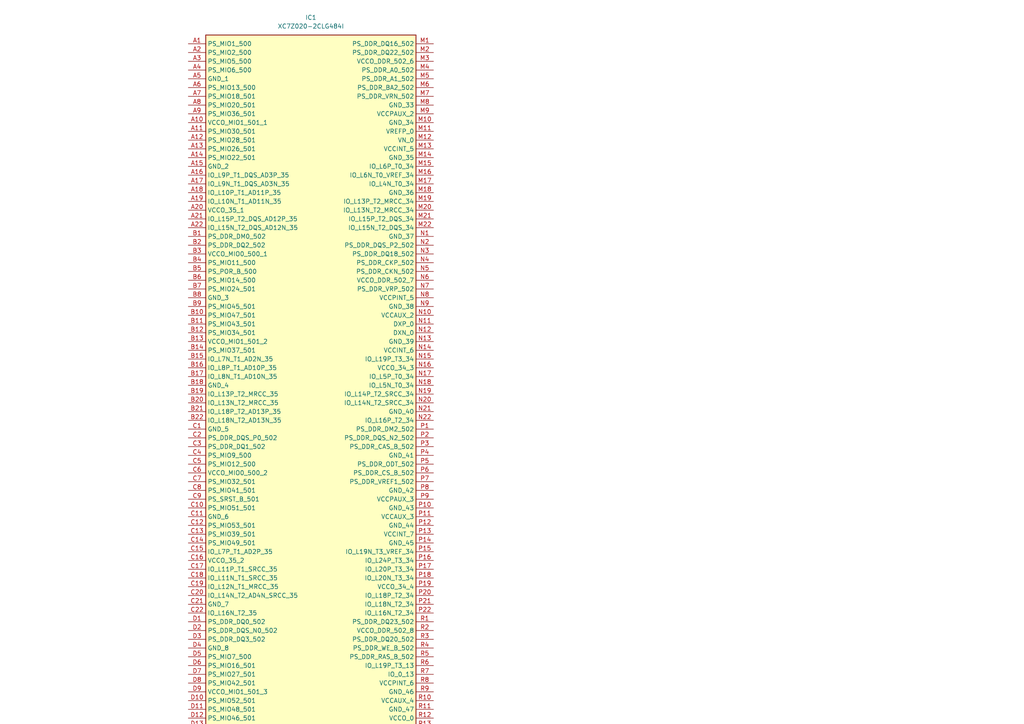
<source format=kicad_sch>
(kicad_sch (version 20231120) (generator "eeschema") (generator_version "8.0")
  (paper "A4")
  (lib_symbols
    (symbol "zynq:XC7Z020-2CLG484I"
      (property "Reference" "IC" (at 67.31 7.62 0))
      (property "Value" "XC7Z020-2CLG484I" (at 67.31 5.08 0))
      (symbol "XC7Z020-2CLG484I_1_1"
        (rectangle (start 5.08 2.54) (end 66.04 -614.68) (stroke (width 0.254)) (fill (type background)))
        (pin passive line (at 0 0 0) (length 5.08) (name "PS_MIO1_500") (number "A1"))
        (pin passive line (at 0 -22.86 0) (length 5.08) (name "VCCO_MIO1_501_1") (number "A10"))
        (pin passive line (at 0 -25.4 0) (length 5.08) (name "PS_MIO30_501") (number "A11"))
        (pin passive line (at 0 -27.94 0) (length 5.08) (name "PS_MIO28_501") (number "A12"))
        (pin passive line (at 0 -30.48 0) (length 5.08) (name "PS_MIO26_501") (number "A13"))
        (pin passive line (at 0 -33.02 0) (length 5.08) (name "PS_MIO22_501") (number "A14"))
        (pin passive line (at 0 -35.56 0) (length 5.08) (name "GND_2") (number "A15"))
        (pin passive line (at 0 -38.1 0) (length 5.08) (name "IO_L9P_T1_DQS_AD3P_35") (number "A16"))
        (pin passive line (at 0 -40.64 0) (length 5.08) (name "IO_L9N_T1_DQS_AD3N_35") (number "A17"))
        (pin passive line (at 0 -43.18 0) (length 5.08) (name "IO_L10P_T1_AD11P_35") (number "A18"))
        (pin passive line (at 0 -45.72 0) (length 5.08) (name "IO_L10N_T1_AD11N_35") (number "A19"))
        (pin passive line (at 0 -2.54 0) (length 5.08) (name "PS_MIO2_500") (number "A2"))
        (pin passive line (at 0 -48.26 0) (length 5.08) (name "VCCO_35_1") (number "A20"))
        (pin passive line (at 0 -50.8 0) (length 5.08) (name "IO_L15P_T2_DQS_AD12P_35") (number "A21"))
        (pin passive line (at 0 -53.34 0) (length 5.08) (name "IO_L15N_T2_DQS_AD12N_35") (number "A22"))
        (pin passive line (at 0 -5.08 0) (length 5.08) (name "PS_MIO5_500") (number "A3"))
        (pin passive line (at 0 -7.62 0) (length 5.08) (name "PS_MIO6_500") (number "A4"))
        (pin passive line (at 0 -10.16 0) (length 5.08) (name "GND_1") (number "A5"))
        (pin passive line (at 0 -12.7 0) (length 5.08) (name "PS_MIO13_500") (number "A6"))
        (pin passive line (at 0 -15.24 0) (length 5.08) (name "PS_MIO18_501") (number "A7"))
        (pin passive line (at 0 -17.78 0) (length 5.08) (name "PS_MIO20_501") (number "A8"))
        (pin passive line (at 0 -20.32 0) (length 5.08) (name "PS_MIO36_501") (number "A9"))
        (pin passive line (at 71.12 -502.92 180) (length 5.08) (name "PS_DDR_DQ26_502") (number "AA1"))
        (pin passive line (at 71.12 -525.78 180) (length 5.08) (name "VCCO_13_6") (number "AA10"))
        (pin passive line (at 71.12 -528.32 180) (length 5.08) (name "IO_L8P_T1_13") (number "AA11"))
        (pin passive line (at 71.12 -530.86 180) (length 5.08) (name "IO_L7P_T1_13") (number "AA12"))
        (pin passive line (at 71.12 -533.4 180) (length 5.08) (name "IO_L23N_T3_33") (number "AA13"))
        (pin passive line (at 71.12 -535.94 180) (length 5.08) (name "IO_L22N_T3_33") (number "AA14"))
        (pin passive line (at 71.12 -538.48 180) (length 5.08) (name "GND_61") (number "AA15"))
        (pin passive line (at 71.12 -541.02 180) (length 5.08) (name "IO_L18P_T2_33") (number "AA16"))
        (pin passive line (at 71.12 -543.56 180) (length 5.08) (name "IO_L17P_T2_33") (number "AA17"))
        (pin passive line (at 71.12 -546.1 180) (length 5.08) (name "IO_L12N_T1_MRCC_33") (number "AA18"))
        (pin passive line (at 71.12 -548.64 180) (length 5.08) (name "IO_L11N_T1_SRCC_33") (number "AA19"))
        (pin passive line (at 71.12 -505.46 180) (length 5.08) (name "PS_DDR_DM3_502") (number "AA2"))
        (pin passive line (at 71.12 -551.18 180) (length 5.08) (name "VCCO_33_5") (number "AA20"))
        (pin passive line (at 71.12 -553.72 180) (length 5.08) (name "IO_L8P_T1_33") (number "AA21"))
        (pin passive line (at 71.12 -556.26 180) (length 5.08) (name "IO_L7P_T1_33") (number "AA22"))
        (pin passive line (at 71.12 -508 180) (length 5.08) (name "PS_DDR_DQ24_502") (number "AA3"))
        (pin passive line (at 71.12 -510.54 180) (length 5.08) (name "IO_L18N_T2_13") (number "AA4"))
        (pin passive line (at 71.12 -513.08 180) (length 5.08) (name "GND_60") (number "AA5"))
        (pin passive line (at 71.12 -515.62 180) (length 5.08) (name "IO_L14N_T2_SRCC_13") (number "AA6"))
        (pin passive line (at 71.12 -518.16 180) (length 5.08) (name "IO_L14P_T2_SRCC_13") (number "AA7"))
        (pin passive line (at 71.12 -520.7 180) (length 5.08) (name "IO_L11N_T1_SRCC_13") (number "AA8"))
        (pin passive line (at 71.12 -523.24 180) (length 5.08) (name "IO_L11P_T1_SRCC_13") (number "AA9"))
        (pin passive line (at 71.12 -558.8 180) (length 5.08) (name "IO_L15N_T2_DQS_13") (number "AB1"))
        (pin passive line (at 71.12 -581.66 180) (length 5.08) (name "IO_L9P_T1_DQS_13") (number "AB10"))
        (pin passive line (at 71.12 -584.2 180) (length 5.08) (name "IO_L8N_T1_13") (number "AB11"))
        (pin passive line (at 71.12 -586.74 180) (length 5.08) (name "IO_L7N_T1_13") (number "AB12"))
        (pin passive line (at 71.12 -589.28 180) (length 5.08) (name "VCCO_33_6") (number "AB13"))
        (pin passive line (at 71.12 -591.82 180) (length 5.08) (name "IO_L24P_T3_33") (number "AB14"))
        (pin passive line (at 71.12 -594.36 180) (length 5.08) (name "IO_L24N_T3_33") (number "AB15"))
        (pin passive line (at 71.12 -596.9 180) (length 5.08) (name "IO_L18N_T2_33") (number "AB16"))
        (pin passive line (at 71.12 -599.44 180) (length 5.08) (name "IO_L17N_T2_33") (number "AB17"))
        (pin passive line (at 71.12 -601.98 180) (length 5.08) (name "GND_63") (number "AB18"))
        (pin passive line (at 71.12 -604.52 180) (length 5.08) (name "IO_L10P_T1_33") (number "AB19"))
        (pin passive line (at 71.12 -561.34 180) (length 5.08) (name "IO_L15P_T2_DQS_13") (number "AB2"))
        (pin passive line (at 71.12 -607.06 180) (length 5.08) (name "IO_L10N_T1_33") (number "AB20"))
        (pin passive line (at 71.12 -609.6 180) (length 5.08) (name "IO_L8N_T1_33") (number "AB21"))
        (pin passive line (at 71.12 -612.14 180) (length 5.08) (name "IO_L7N_T1_33") (number "AB22"))
        (pin passive line (at 71.12 -563.88 180) (length 5.08) (name "VCCO_13_7") (number "AB3"))
        (pin passive line (at 71.12 -566.42 180) (length 5.08) (name "IO_L16N_T2_13") (number "AB4"))
        (pin passive line (at 71.12 -568.96 180) (length 5.08) (name "IO_L16P_T2_13") (number "AB5"))
        (pin passive line (at 71.12 -571.5 180) (length 5.08) (name "IO_L17N_T2_13") (number "AB6"))
        (pin passive line (at 71.12 -574.04 180) (length 5.08) (name "IO_L17P_T2_13") (number "AB7"))
        (pin passive line (at 71.12 -576.58 180) (length 5.08) (name "GND_62") (number "AB8"))
        (pin passive line (at 71.12 -579.12 180) (length 5.08) (name "IO_L9N_T1_DQS_13") (number "AB9"))
        (pin passive line (at 0 -55.88 0) (length 5.08) (name "PS_DDR_DM0_502") (number "B1"))
        (pin passive line (at 0 -78.74 0) (length 5.08) (name "PS_MIO47_501") (number "B10"))
        (pin passive line (at 0 -81.28 0) (length 5.08) (name "PS_MIO43_501") (number "B11"))
        (pin passive line (at 0 -83.82 0) (length 5.08) (name "PS_MIO34_501") (number "B12"))
        (pin passive line (at 0 -86.36 0) (length 5.08) (name "VCCO_MIO1_501_2") (number "B13"))
        (pin passive line (at 0 -88.9 0) (length 5.08) (name "PS_MIO37_501") (number "B14"))
        (pin passive line (at 0 -91.44 0) (length 5.08) (name "IO_L7N_T1_AD2N_35") (number "B15"))
        (pin passive line (at 0 -93.98 0) (length 5.08) (name "IO_L8P_T1_AD10P_35") (number "B16"))
        (pin passive line (at 0 -96.52 0) (length 5.08) (name "IO_L8N_T1_AD10N_35") (number "B17"))
        (pin passive line (at 0 -99.06 0) (length 5.08) (name "GND_4") (number "B18"))
        (pin passive line (at 0 -101.6 0) (length 5.08) (name "IO_L13P_T2_MRCC_35") (number "B19"))
        (pin passive line (at 0 -58.42 0) (length 5.08) (name "PS_DDR_DQ2_502") (number "B2"))
        (pin passive line (at 0 -104.14 0) (length 5.08) (name "IO_L13N_T2_MRCC_35") (number "B20"))
        (pin passive line (at 0 -106.68 0) (length 5.08) (name "IO_L18P_T2_AD13P_35") (number "B21"))
        (pin passive line (at 0 -109.22 0) (length 5.08) (name "IO_L18N_T2_AD13N_35") (number "B22"))
        (pin passive line (at 0 -60.96 0) (length 5.08) (name "VCCO_MIO0_500_1") (number "B3"))
        (pin passive line (at 0 -63.5 0) (length 5.08) (name "PS_MIO11_500") (number "B4"))
        (pin passive line (at 0 -66.04 0) (length 5.08) (name "PS_POR_B_500") (number "B5"))
        (pin passive line (at 0 -68.58 0) (length 5.08) (name "PS_MIO14_500") (number "B6"))
        (pin passive line (at 0 -71.12 0) (length 5.08) (name "PS_MIO24_501") (number "B7"))
        (pin passive line (at 0 -73.66 0) (length 5.08) (name "GND_3") (number "B8"))
        (pin passive line (at 0 -76.2 0) (length 5.08) (name "PS_MIO45_501") (number "B9"))
        (pin passive line (at 0 -111.76 0) (length 5.08) (name "GND_5") (number "C1"))
        (pin passive line (at 0 -134.62 0) (length 5.08) (name "PS_MIO51_501") (number "C10"))
        (pin passive line (at 0 -137.16 0) (length 5.08) (name "GND_6") (number "C11"))
        (pin passive line (at 0 -139.7 0) (length 5.08) (name "PS_MIO53_501") (number "C12"))
        (pin passive line (at 0 -142.24 0) (length 5.08) (name "PS_MIO39_501") (number "C13"))
        (pin passive line (at 0 -144.78 0) (length 5.08) (name "PS_MIO49_501") (number "C14"))
        (pin passive line (at 0 -147.32 0) (length 5.08) (name "IO_L7P_T1_AD2P_35") (number "C15"))
        (pin passive line (at 0 -149.86 0) (length 5.08) (name "VCCO_35_2") (number "C16"))
        (pin passive line (at 0 -152.4 0) (length 5.08) (name "IO_L11P_T1_SRCC_35") (number "C17"))
        (pin passive line (at 0 -154.94 0) (length 5.08) (name "IO_L11N_T1_SRCC_35") (number "C18"))
        (pin passive line (at 0 -157.48 0) (length 5.08) (name "IO_L12N_T1_MRCC_35") (number "C19"))
        (pin passive line (at 0 -114.3 0) (length 5.08) (name "PS_DDR_DQS_P0_502") (number "C2"))
        (pin passive line (at 0 -160.02 0) (length 5.08) (name "IO_L14N_T2_AD4N_SRCC_35") (number "C20"))
        (pin passive line (at 0 -162.56 0) (length 5.08) (name "GND_7") (number "C21"))
        (pin passive line (at 0 -165.1 0) (length 5.08) (name "IO_L16N_T2_35") (number "C22"))
        (pin passive line (at 0 -116.84 0) (length 5.08) (name "PS_DDR_DQ1_502") (number "C3"))
        (pin passive line (at 0 -119.38 0) (length 5.08) (name "PS_MIO9_500") (number "C4"))
        (pin passive line (at 0 -121.92 0) (length 5.08) (name "PS_MIO12_500") (number "C5"))
        (pin passive line (at 0 -124.46 0) (length 5.08) (name "VCCO_MIO0_500_2") (number "C6"))
        (pin passive line (at 0 -127 0) (length 5.08) (name "PS_MIO32_501") (number "C7"))
        (pin passive line (at 0 -129.54 0) (length 5.08) (name "PS_MIO41_501") (number "C8"))
        (pin passive line (at 0 -132.08 0) (length 5.08) (name "PS_SRST_B_501") (number "C9"))
        (pin passive line (at 0 -167.64 0) (length 5.08) (name "PS_DDR_DQ0_502") (number "D1"))
        (pin passive line (at 0 -190.5 0) (length 5.08) (name "PS_MIO52_501") (number "D10"))
        (pin passive line (at 0 -193.04 0) (length 5.08) (name "PS_MIO48_501") (number "D11"))
        (pin passive line (at 0 -195.58 0) (length 5.08) (name "PS_MIO46_501") (number "D12"))
        (pin passive line (at 0 -198.12 0) (length 5.08) (name "PS_MIO50_501") (number "D13"))
        (pin passive line (at 0 -200.66 0) (length 5.08) (name "GND_9") (number "D14"))
        (pin passive line (at 0 -203.2 0) (length 5.08) (name "IO_L3N_T0_DQS_AD1N_35") (number "D15"))
        (pin passive line (at 0 -205.74 0) (length 5.08) (name "IO_L2P_T0_AD8P_35") (number "D16"))
        (pin passive line (at 0 -208.28 0) (length 5.08) (name "IO_L2N_T0_AD8N_35") (number "D17"))
        (pin passive line (at 0 -210.82 0) (length 5.08) (name "IO_L12P_T1_MRCC_35") (number "D18"))
        (pin passive line (at 0 -213.36 0) (length 5.08) (name "VCCO_35_3") (number "D19"))
        (pin passive line (at 0 -170.18 0) (length 5.08) (name "PS_DDR_DQS_N0_502") (number "D2"))
        (pin passive line (at 0 -215.9 0) (length 5.08) (name "IO_L14P_T2_AD4P_SRCC_35") (number "D20"))
        (pin passive line (at 0 -218.44 0) (length 5.08) (name "IO_L17N_T2_AD5N_35") (number "D21"))
        (pin passive line (at 0 -220.98 0) (length 5.08) (name "IO_L16P_T2_35") (number "D22"))
        (pin passive line (at 0 -172.72 0) (length 5.08) (name "PS_DDR_DQ3_502") (number "D3"))
        (pin passive line (at 0 -175.26 0) (length 5.08) (name "GND_8") (number "D4"))
        (pin passive line (at 0 -177.8 0) (length 5.08) (name "PS_MIO7_500") (number "D5"))
        (pin passive line (at 0 -180.34 0) (length 5.08) (name "PS_MIO16_501") (number "D6"))
        (pin passive line (at 0 -182.88 0) (length 5.08) (name "PS_MIO27_501") (number "D7"))
        (pin passive line (at 0 -185.42 0) (length 5.08) (name "PS_MIO42_501") (number "D8"))
        (pin passive line (at 0 -187.96 0) (length 5.08) (name "VCCO_MIO1_501_3") (number "D9"))
        (pin passive line (at 0 -223.52 0) (length 5.08) (name "PS_DDR_DQ5_502") (number "E1"))
        (pin passive line (at 0 -246.38 0) (length 5.08) (name "PS_MIO19_501") (number "E10"))
        (pin passive line (at 0 -248.92 0) (length 5.08) (name "PS_MIO23_501") (number "E11"))
        (pin passive line (at 0 -251.46 0) (length 5.08) (name "VCCO_MIO1_501_4") (number "E12"))
        (pin passive line (at 0 -254 0) (length 5.08) (name "PS_MIO44_501") (number "E13"))
        (pin passive line (at 0 -256.54 0) (length 5.08) (name "PS_MIO40_501") (number "E14"))
        (pin passive line (at 0 -259.08 0) (length 5.08) (name "IO_L3P_T0_DQS_AD1P_35") (number "E15"))
        (pin passive line (at 0 -261.62 0) (length 5.08) (name "IO_L1N_T0_AD0N_35") (number "E16"))
        (pin passive line (at 0 -264.16 0) (length 5.08) (name "GND_11") (number "E17"))
        (pin passive line (at 0 -266.7 0) (length 5.08) (name "IO_L5N_T0_AD9N_35") (number "E18"))
        (pin passive line (at 0 -269.24 0) (length 5.08) (name "IO_L21P_T3_DQS_AD14P_35") (number "E19"))
        (pin passive line (at 0 -226.06 0) (length 5.08) (name "VCCO_DDR_502_1") (number "E2"))
        (pin passive line (at 0 -271.78 0) (length 5.08) (name "IO_L21N_T3_DQS_AD14N_35") (number "E20"))
        (pin passive line (at 0 -274.32 0) (length 5.08) (name "IO_L17P_T2_AD5P_35") (number "E21"))
        (pin passive line (at 0 -276.86 0) (length 5.08) (name "VCCO_35_4") (number "E22"))
        (pin passive line (at 0 -228.6 0) (length 5.08) (name "PS_DDR_DQ4_502") (number "E3"))
        (pin passive line (at 0 -231.14 0) (length 5.08) (name "PS_MIO4_500") (number "E4"))
        (pin passive line (at 0 -233.68 0) (length 5.08) (name "PS_MIO8_500") (number "E5"))
        (pin passive line (at 0 -236.22 0) (length 5.08) (name "PS_MIO15_500") (number "E6"))
        (pin passive line (at 0 -238.76 0) (length 5.08) (name "GND_10") (number "E7"))
        (pin passive line (at 0 -241.3 0) (length 5.08) (name "PS_MIO29_501") (number "E8"))
        (pin passive line (at 0 -243.84 0) (length 5.08) (name "PS_MIO17_501") (number "E9"))
        (pin passive line (at 0 -279.4 0) (length 5.08) (name "PS_DDR_DQ7_502") (number "F1"))
        (pin passive line (at 0 -302.26 0) (length 5.08) (name "GND_12") (number "F10"))
        (pin passive line (at 0 -304.8 0) (length 5.08) (name "PS_MIO21_501") (number "F11"))
        (pin passive line (at 0 -307.34 0) (length 5.08) (name "PS_MIO25_501") (number "F12"))
        (pin passive line (at 0 -309.88 0) (length 5.08) (name "PS_MIO38_501") (number "F13"))
        (pin passive line (at 0 -312.42 0) (length 5.08) (name "PS_MIO35_501") (number "F14"))
        (pin passive line (at 0 -314.96 0) (length 5.08) (name "VCCO_35_5") (number "F15"))
        (pin passive line (at 0 -317.5 0) (length 5.08) (name "IO_L1P_T0_AD0P_35") (number "F16"))
        (pin passive line (at 0 -320.04 0) (length 5.08) (name "IO_L6N_T0_VREF_35") (number "F17"))
        (pin passive line (at 0 -322.58 0) (length 5.08) (name "IO_L5P_T0_AD9P_35") (number "F18"))
        (pin passive line (at 0 -325.12 0) (length 5.08) (name "IO_L20N_T3_AD6N_35") (number "F19"))
        (pin passive line (at 0 -281.94 0) (length 5.08) (name "PS_DDR_DQ6_502") (number "F2"))
        (pin passive line (at 0 -327.66 0) (length 5.08) (name "GND_13") (number "F20"))
        (pin passive line (at 0 -330.2 0) (length 5.08) (name "IO_L23P_T3_35") (number "F21"))
        (pin passive line (at 0 -332.74 0) (length 5.08) (name "IO_L23N_T3_35") (number "F22"))
        (pin passive line (at 0 -284.48 0) (length 5.08) (name "PS_DDR_DRST_B_502") (number "F3"))
        (pin passive line (at 0 -287.02 0) (length 5.08) (name "PS_DDR_A13_502") (number "F4"))
        (pin passive line (at 0 -289.56 0) (length 5.08) (name "VCCO_DDR_502_2") (number "F5"))
        (pin passive line (at 0 -292.1 0) (length 5.08) (name "PS_MIO3_500") (number "F6"))
        (pin passive line (at 0 -294.64 0) (length 5.08) (name "PS_CLK_500") (number "F7"))
        (pin passive line (at 0 -297.18 0) (length 5.08) (name "PS_MIO_VREF_501") (number "F8"))
        (pin passive line (at 0 -299.72 0) (length 5.08) (name "PS_MIO31_501") (number "F9"))
        (pin passive line (at 0 -335.28 0) (length 5.08) (name "PS_DDR_DQ9_502") (number "G1"))
        (pin passive line (at 0 -358.14 0) (length 5.08) (name "RSVDGND") (number "G10"))
        (pin passive line (at 0 -360.68 0) (length 5.08) (name "TCK_0") (number "G11"))
        (pin passive line (at 0 -363.22 0) (length 5.08) (name "TMS_0") (number "G12"))
        (pin passive line (at 0 -365.76 0) (length 5.08) (name "PS_MIO33_501") (number "G13"))
        (pin passive line (at 0 -368.3 0) (length 5.08) (name "TDO_0") (number "G14"))
        (pin passive line (at 0 -370.84 0) (length 5.08) (name "IO_L4P_T0_35") (number "G15"))
        (pin passive line (at 0 -373.38 0) (length 5.08) (name "IO_L4N_T0_35") (number "G16"))
        (pin passive line (at 0 -375.92 0) (length 5.08) (name "IO_L6P_T0_35") (number "G17"))
        (pin passive line (at 0 -378.46 0) (length 5.08) (name "VCCO_35_6") (number "G18"))
        (pin passive line (at 0 -381 0) (length 5.08) (name "IO_L20P_T3_AD6P_35") (number "G19"))
        (pin passive line (at 0 -337.82 0) (length 5.08) (name "PS_DDR_DQ8_502") (number "G2"))
        (pin passive line (at 0 -383.54 0) (length 5.08) (name "IO_L22P_T3_AD7P_35") (number "G20"))
        (pin passive line (at 0 -386.08 0) (length 5.08) (name "IO_L22N_T3_AD7N_35") (number "G21"))
        (pin passive line (at 0 -388.62 0) (length 5.08) (name "IO_L24N_T3_AD15N_35") (number "G22"))
        (pin passive line (at 0 -340.36 0) (length 5.08) (name "GND_14") (number "G3"))
        (pin passive line (at 0 -342.9 0) (length 5.08) (name "PS_DDR_A14_502") (number "G4"))
        (pin passive line (at 0 -345.44 0) (length 5.08) (name "PS_DDR_A11_502") (number "G5"))
        (pin passive line (at 0 -347.98 0) (length 5.08) (name "PS_MIO0_500") (number "G6"))
        (pin passive line (at 0 -350.52 0) (length 5.08) (name "PS_MIO10_500") (number "G7"))
        (pin passive line (at 0 -353.06 0) (length 5.08) (name "VCCPINT_1") (number "G8"))
        (pin passive line (at 0 -355.6 0) (length 5.08) (name "VCCBATT_0") (number "G9"))
        (pin passive line (at 0 -391.16 0) (length 5.08) (name "VCCO_DDR_502_3") (number "H1"))
        (pin passive line (at 0 -414.02 0) (length 5.08) (name "VCCPLL") (number "H10"))
        (pin passive line (at 0 -416.56 0) (length 5.08) (name "VCCBRAM_1") (number "H11"))
        (pin passive line (at 0 -419.1 0) (length 5.08) (name "GND_17") (number "H12"))
        (pin passive line (at 0 -421.64 0) (length 5.08) (name "TDI_0") (number "H13"))
        (pin passive line (at 0 -424.18 0) (length 5.08) (name "GND_18") (number "H14"))
        (pin passive line (at 0 -426.72 0) (length 5.08) (name "IO_0_34") (number "H15"))
        (pin passive line (at 0 -429.26 0) (length 5.08) (name "GND_19") (number "H16"))
        (pin passive line (at 0 -431.8 0) (length 5.08) (name "IO_0_35") (number "H17"))
        (pin passive line (at 0 -434.34 0) (length 5.08) (name "IO_25_35") (number "H18"))
        (pin passive line (at 0 -436.88 0) (length 5.08) (name "IO_L19P_T3_35") (number "H19"))
        (pin passive line (at 0 -393.7 0) (length 5.08) (name "PS_DDR_DQS_P1_502") (number "H2"))
        (pin passive line (at 0 -439.42 0) (length 5.08) (name "IO_L19N_T3_VREF_35") (number "H20"))
        (pin passive line (at 0 -441.96 0) (length 5.08) (name "VCCO_35_7") (number "H21"))
        (pin passive line (at 0 -444.5 0) (length 5.08) (name "IO_L24P_T3_AD15P_35") (number "H22"))
        (pin passive line (at 0 -396.24 0) (length 5.08) (name "PS_DDR_DM1_502") (number "H3"))
        (pin passive line (at 0 -398.78 0) (length 5.08) (name "PS_DDR_A12_502") (number "H4"))
        (pin passive line (at 0 -401.32 0) (length 5.08) (name "PS_DDR_A9_502") (number "H5"))
        (pin passive line (at 0 -403.86 0) (length 5.08) (name "GND_15") (number "H6"))
        (pin passive line (at 0 -406.4 0) (length 5.08) (name "PS_DDR_VREF0_502") (number "H7"))
        (pin passive line (at 0 -408.94 0) (length 5.08) (name "GND_16") (number "H8"))
        (pin passive line (at 0 -411.48 0) (length 5.08) (name "VCCPINT_2") (number "H9"))
        (pin passive line (at 0 -447.04 0) (length 5.08) (name "PS_DDR_DQ14_502") (number "J1"))
        (pin passive line (at 0 -469.9 0) (length 5.08) (name "VCCBRAM_2") (number "J10"))
        (pin passive line (at 0 -472.44 0) (length 5.08) (name "GND_21") (number "J11"))
        (pin passive line (at 0 -474.98 0) (length 5.08) (name "VCCINT_1") (number "J12"))
        (pin passive line (at 0 -477.52 0) (length 5.08) (name "GND_22") (number "J13"))
        (pin passive line (at 0 -480.06 0) (length 5.08) (name "VCCINT_2") (number "J14"))
        (pin passive line (at 0 -482.6 0) (length 5.08) (name "IO_L1P_T0_34") (number "J15"))
        (pin passive line (at 0 -485.14 0) (length 5.08) (name "IO_L2P_T0_34") (number "J16"))
        (pin passive line (at 0 -487.68 0) (length 5.08) (name "IO_L2N_T0_34") (number "J17"))
        (pin passive line (at 0 -490.22 0) (length 5.08) (name "IO_L7P_T1_34") (number "J18"))
        (pin passive line (at 0 -492.76 0) (length 5.08) (name "GND_23") (number "J19"))
        (pin passive line (at 0 -449.58 0) (length 5.08) (name "PS_DDR_DQS_N1_502") (number "J2"))
        (pin passive line (at 0 -495.3 0) (length 5.08) (name "IO_L9P_T1_DQS_34") (number "J20"))
        (pin passive line (at 0 -497.84 0) (length 5.08) (name "IO_L8P_T1_34") (number "J21"))
        (pin passive line (at 0 -500.38 0) (length 5.08) (name "IO_L8N_T1_34") (number "J22"))
        (pin passive line (at 0 -452.12 0) (length 5.08) (name "PS_DDR_A10_502") (number "J3"))
        (pin passive line (at 0 -454.66 0) (length 5.08) (name "VCCO_DDR_502_4") (number "J4"))
        (pin passive line (at 0 -457.2 0) (length 5.08) (name "PS_DDR_A8_502") (number "J5"))
        (pin passive line (at 0 -459.74 0) (length 5.08) (name "PS_DDR_A7_502") (number "J6"))
        (pin passive line (at 0 -462.28 0) (length 5.08) (name "PS_DDR_A6_502") (number "J7"))
        (pin passive line (at 0 -464.82 0) (length 5.08) (name "VCCPINT_3") (number "J8"))
        (pin passive line (at 0 -467.36 0) (length 5.08) (name "GND_20") (number "J9"))
        (pin passive line (at 0 -502.92 0) (length 5.08) (name "PS_DDR_DQ13_502") (number "K1"))
        (pin passive line (at 0 -525.78 0) (length 5.08) (name "GND_26") (number "K10"))
        (pin passive line (at 0 -528.32 0) (length 5.08) (name "VCCADC_0") (number "K11"))
        (pin passive line (at 0 -530.86 0) (length 5.08) (name "GNDADC_0") (number "K12"))
        (pin passive line (at 0 -533.4 0) (length 5.08) (name "VCCINT_3") (number "K13"))
        (pin passive line (at 0 -535.94 0) (length 5.08) (name "GND_27") (number "K14"))
        (pin passive line (at 0 -538.48 0) (length 5.08) (name "IO_L1N_T0_34") (number "K15"))
        (pin passive line (at 0 -541.02 0) (length 5.08) (name "IO_L3P_T0_DQS_PUDC_B_34") (number "K16"))
        (pin passive line (at 0 -543.56 0) (length 5.08) (name "VCCO_34_1") (number "K17"))
        (pin passive line (at 0 -546.1 0) (length 5.08) (name "IO_L7N_T1_34") (number "K18"))
        (pin passive line (at 0 -548.64 0) (length 5.08) (name "IO_L11P_T1_SRCC_34") (number "K19"))
        (pin passive line (at 0 -505.46 0) (length 5.08) (name "GND_24") (number "K2"))
        (pin passive line (at 0 -551.18 0) (length 5.08) (name "IO_L11N_T1_SRCC_34") (number "K20"))
        (pin passive line (at 0 -553.72 0) (length 5.08) (name "IO_L9N_T1_DQS_34") (number "K21"))
        (pin passive line (at 0 -556.26 0) (length 5.08) (name "GND_28") (number "K22"))
        (pin passive line (at 0 -508 0) (length 5.08) (name "PS_DDR_DQ15_502") (number "K3"))
        (pin passive line (at 0 -510.54 0) (length 5.08) (name "PS_DDR_A2_502") (number "K4"))
        (pin passive line (at 0 -513.08 0) (length 5.08) (name "PS_DDR_A5_502") (number "K5"))
        (pin passive line (at 0 -515.62 0) (length 5.08) (name "PS_DDR_A4_502") (number "K6"))
        (pin passive line (at 0 -518.16 0) (length 5.08) (name "VCCO_DDR_502_5") (number "K7"))
        (pin passive line (at 0 -520.7 0) (length 5.08) (name "GND_25") (number "K8"))
        (pin passive line (at 0 -523.24 0) (length 5.08) (name "VCCPAUX_1") (number "K9"))
        (pin passive line (at 0 -558.8 0) (length 5.08) (name "PS_DDR_DQ10_502") (number "L1"))
        (pin passive line (at 0 -581.66 0) (length 5.08) (name "VCCAUX_1") (number "L10"))
        (pin passive line (at 0 -584.2 0) (length 5.08) (name "VP_0") (number "L11"))
        (pin passive line (at 0 -586.74 0) (length 5.08) (name "VREFN_0") (number "L12"))
        (pin passive line (at 0 -589.28 0) (length 5.08) (name "GND_31") (number "L13"))
        (pin passive line (at 0 -591.82 0) (length 5.08) (name "VCCINT_4") (number "L14"))
        (pin passive line (at 0 -594.36 0) (length 5.08) (name "GND_32") (number "L15"))
        (pin passive line (at 0 -596.9 0) (length 5.08) (name "IO_L3N_T0_DQS_34") (number "L16"))
        (pin passive line (at 0 -599.44 0) (length 5.08) (name "IO_L4P_T0_34") (number "L17"))
        (pin passive line (at 0 -601.98 0) (length 5.08) (name "IO_L12P_T1_MRCC_34") (number "L18"))
        (pin passive line (at 0 -604.52 0) (length 5.08) (name "IO_L12N_T1_MRCC_34") (number "L19"))
        (pin passive line (at 0 -561.34 0) (length 5.08) (name "PS_DDR_DQ11_502") (number "L2"))
        (pin passive line (at 0 -607.06 0) (length 5.08) (name "VCCO_34_2") (number "L20"))
        (pin passive line (at 0 -609.6 0) (length 5.08) (name "IO_L10P_T1_34") (number "L21"))
        (pin passive line (at 0 -612.14 0) (length 5.08) (name "IO_L10N_T1_34") (number "L22"))
        (pin passive line (at 0 -563.88 0) (length 5.08) (name "PS_DDR_DQ12_502") (number "L3"))
        (pin passive line (at 0 -566.42 0) (length 5.08) (name "PS_DDR_A3_502") (number "L4"))
        (pin passive line (at 0 -568.96 0) (length 5.08) (name "GND_29") (number "L5"))
        (pin passive line (at 0 -571.5 0) (length 5.08) (name "PS_DDR_BA1_502") (number "L6"))
        (pin passive line (at 0 -574.04 0) (length 5.08) (name "PS_DDR_BA0_502") (number "L7"))
        (pin passive line (at 0 -576.58 0) (length 5.08) (name "VCCPINT_4") (number "L8"))
        (pin passive line (at 0 -579.12 0) (length 5.08) (name "GND_30") (number "L9"))
        (pin passive line (at 71.12 0 180) (length 5.08) (name "PS_DDR_DQ16_502") (number "M1"))
        (pin passive line (at 71.12 -22.86 180) (length 5.08) (name "GND_34") (number "M10"))
        (pin passive line (at 71.12 -25.4 180) (length 5.08) (name "VREFP_0") (number "M11"))
        (pin passive line (at 71.12 -27.94 180) (length 5.08) (name "VN_0") (number "M12"))
        (pin passive line (at 71.12 -30.48 180) (length 5.08) (name "VCCINT_5") (number "M13"))
        (pin passive line (at 71.12 -33.02 180) (length 5.08) (name "GND_35") (number "M14"))
        (pin passive line (at 71.12 -35.56 180) (length 5.08) (name "IO_L6P_T0_34") (number "M15"))
        (pin passive line (at 71.12 -38.1 180) (length 5.08) (name "IO_L6N_T0_VREF_34") (number "M16"))
        (pin passive line (at 71.12 -40.64 180) (length 5.08) (name "IO_L4N_T0_34") (number "M17"))
        (pin passive line (at 71.12 -43.18 180) (length 5.08) (name "GND_36") (number "M18"))
        (pin passive line (at 71.12 -45.72 180) (length 5.08) (name "IO_L13P_T2_MRCC_34") (number "M19"))
        (pin passive line (at 71.12 -2.54 180) (length 5.08) (name "PS_DDR_DQ22_502") (number "M2"))
        (pin passive line (at 71.12 -48.26 180) (length 5.08) (name "IO_L13N_T2_MRCC_34") (number "M20"))
        (pin passive line (at 71.12 -50.8 180) (length 5.08) (name "IO_L15P_T2_DQS_34") (number "M21"))
        (pin passive line (at 71.12 -53.34 180) (length 5.08) (name "IO_L15N_T2_DQS_34") (number "M22"))
        (pin passive line (at 71.12 -5.08 180) (length 5.08) (name "VCCO_DDR_502_6") (number "M3"))
        (pin passive line (at 71.12 -7.62 180) (length 5.08) (name "PS_DDR_A0_502") (number "M4"))
        (pin passive line (at 71.12 -10.16 180) (length 5.08) (name "PS_DDR_A1_502") (number "M5"))
        (pin passive line (at 71.12 -12.7 180) (length 5.08) (name "PS_DDR_BA2_502") (number "M6"))
        (pin passive line (at 71.12 -15.24 180) (length 5.08) (name "PS_DDR_VRN_502") (number "M7"))
        (pin passive line (at 71.12 -17.78 180) (length 5.08) (name "GND_33") (number "M8"))
        (pin passive line (at 71.12 -20.32 180) (length 5.08) (name "VCCPAUX_2") (number "M9"))
        (pin passive line (at 71.12 -55.88 180) (length 5.08) (name "GND_37") (number "N1"))
        (pin passive line (at 71.12 -78.74 180) (length 5.08) (name "VCCAUX_2") (number "N10"))
        (pin passive line (at 71.12 -81.28 180) (length 5.08) (name "DXP_0") (number "N11"))
        (pin passive line (at 71.12 -83.82 180) (length 5.08) (name "DXN_0") (number "N12"))
        (pin passive line (at 71.12 -86.36 180) (length 5.08) (name "GND_39") (number "N13"))
        (pin passive line (at 71.12 -88.9 180) (length 5.08) (name "VCCINT_6") (number "N14"))
        (pin passive line (at 71.12 -91.44 180) (length 5.08) (name "IO_L19P_T3_34") (number "N15"))
        (pin passive line (at 71.12 -93.98 180) (length 5.08) (name "VCCO_34_3") (number "N16"))
        (pin passive line (at 71.12 -96.52 180) (length 5.08) (name "IO_L5P_T0_34") (number "N17"))
        (pin passive line (at 71.12 -99.06 180) (length 5.08) (name "IO_L5N_T0_34") (number "N18"))
        (pin passive line (at 71.12 -101.6 180) (length 5.08) (name "IO_L14P_T2_SRCC_34") (number "N19"))
        (pin passive line (at 71.12 -58.42 180) (length 5.08) (name "PS_DDR_DQS_P2_502") (number "N2"))
        (pin passive line (at 71.12 -104.14 180) (length 5.08) (name "IO_L14N_T2_SRCC_34") (number "N20"))
        (pin passive line (at 71.12 -106.68 180) (length 5.08) (name "GND_40") (number "N21"))
        (pin passive line (at 71.12 -109.22 180) (length 5.08) (name "IO_L16P_T2_34") (number "N22"))
        (pin passive line (at 71.12 -60.96 180) (length 5.08) (name "PS_DDR_DQ18_502") (number "N3"))
        (pin passive line (at 71.12 -63.5 180) (length 5.08) (name "PS_DDR_CKP_502") (number "N4"))
        (pin passive line (at 71.12 -66.04 180) (length 5.08) (name "PS_DDR_CKN_502") (number "N5"))
        (pin passive line (at 71.12 -68.58 180) (length 5.08) (name "VCCO_DDR_502_7") (number "N6"))
        (pin passive line (at 71.12 -71.12 180) (length 5.08) (name "PS_DDR_VRP_502") (number "N7"))
        (pin passive line (at 71.12 -73.66 180) (length 5.08) (name "VCCPINT_5") (number "N8"))
        (pin passive line (at 71.12 -76.2 180) (length 5.08) (name "GND_38") (number "N9"))
        (pin passive line (at 71.12 -111.76 180) (length 5.08) (name "PS_DDR_DM2_502") (number "P1"))
        (pin passive line (at 71.12 -134.62 180) (length 5.08) (name "GND_43") (number "P10"))
        (pin passive line (at 71.12 -137.16 180) (length 5.08) (name "VCCAUX_3") (number "P11"))
        (pin passive line (at 71.12 -139.7 180) (length 5.08) (name "GND_44") (number "P12"))
        (pin passive line (at 71.12 -142.24 180) (length 5.08) (name "VCCINT_7") (number "P13"))
        (pin passive line (at 71.12 -144.78 180) (length 5.08) (name "GND_45") (number "P14"))
        (pin passive line (at 71.12 -147.32 180) (length 5.08) (name "IO_L19N_T3_VREF_34") (number "P15"))
        (pin passive line (at 71.12 -149.86 180) (length 5.08) (name "IO_L24P_T3_34") (number "P16"))
        (pin passive line (at 71.12 -152.4 180) (length 5.08) (name "IO_L20P_T3_34") (number "P17"))
        (pin passive line (at 71.12 -154.94 180) (length 5.08) (name "IO_L20N_T3_34") (number "P18"))
        (pin passive line (at 71.12 -157.48 180) (length 5.08) (name "VCCO_34_4") (number "P19"))
        (pin passive line (at 71.12 -114.3 180) (length 5.08) (name "PS_DDR_DQS_N2_502") (number "P2"))
        (pin passive line (at 71.12 -160.02 180) (length 5.08) (name "IO_L18P_T2_34") (number "P20"))
        (pin passive line (at 71.12 -162.56 180) (length 5.08) (name "IO_L18N_T2_34") (number "P21"))
        (pin passive line (at 71.12 -165.1 180) (length 5.08) (name "IO_L16N_T2_34") (number "P22"))
        (pin passive line (at 71.12 -116.84 180) (length 5.08) (name "PS_DDR_CAS_B_502") (number "P3"))
        (pin passive line (at 71.12 -119.38 180) (length 5.08) (name "GND_41") (number "P4"))
        (pin passive line (at 71.12 -121.92 180) (length 5.08) (name "PS_DDR_ODT_502") (number "P5"))
        (pin passive line (at 71.12 -124.46 180) (length 5.08) (name "PS_DDR_CS_B_502") (number "P6"))
        (pin passive line (at 71.12 -127 180) (length 5.08) (name "PS_DDR_VREF1_502") (number "P7"))
        (pin passive line (at 71.12 -129.54 180) (length 5.08) (name "GND_42") (number "P8"))
        (pin passive line (at 71.12 -132.08 180) (length 5.08) (name "VCCPAUX_3") (number "P9"))
        (pin passive line (at 71.12 -167.64 180) (length 5.08) (name "PS_DDR_DQ23_502") (number "R1"))
        (pin passive line (at 71.12 -190.5 180) (length 5.08) (name "VCCAUX_4") (number "R10"))
        (pin passive line (at 71.12 -193.04 180) (length 5.08) (name "GND_47") (number "R11"))
        (pin passive line (at 71.12 -195.58 180) (length 5.08) (name "VCCO_0") (number "R12"))
        (pin passive line (at 71.12 -198.12 180) (length 5.08) (name "GND_48") (number "R13"))
        (pin passive line (at 71.12 -200.66 180) (length 5.08) (name "VCCINT_8") (number "R14"))
        (pin passive line (at 71.12 -203.2 180) (length 5.08) (name "IO_25_34") (number "R15"))
        (pin passive line (at 71.12 -205.74 180) (length 5.08) (name "IO_L24N_T3_34") (number "R16"))
        (pin passive line (at 71.12 -208.28 180) (length 5.08) (name "GND_49") (number "R17"))
        (pin passive line (at 71.12 -210.82 180) (length 5.08) (name "IO_L23P_T3_34") (number "R18"))
        (pin passive line (at 71.12 -213.36 180) (length 5.08) (name "IO_L22P_T3_34") (number "R19"))
        (pin passive line (at 71.12 -170.18 180) (length 5.08) (name "VCCO_DDR_502_8") (number "R2"))
        (pin passive line (at 71.12 -215.9 180) (length 5.08) (name "IO_L17P_T2_34") (number "R20"))
        (pin passive line (at 71.12 -218.44 180) (length 5.08) (name "IO_L17N_T2_34") (number "R21"))
        (pin passive line (at 71.12 -220.98 180) (length 5.08) (name "VCCO_34_5") (number "R22"))
        (pin passive line (at 71.12 -172.72 180) (length 5.08) (name "PS_DDR_DQ20_502") (number "R3"))
        (pin passive line (at 71.12 -175.26 180) (length 5.08) (name "PS_DDR_WE_B_502") (number "R4"))
        (pin passive line (at 71.12 -177.8 180) (length 5.08) (name "PS_DDR_RAS_B_502") (number "R5"))
        (pin passive line (at 71.12 -180.34 180) (length 5.08) (name "IO_L19P_T3_13") (number "R6"))
        (pin passive line (at 71.12 -182.88 180) (length 5.08) (name "IO_0_13") (number "R7"))
        (pin passive line (at 71.12 -185.42 180) (length 5.08) (name "VCCPINT_6") (number "R8"))
        (pin passive line (at 71.12 -187.96 180) (length 5.08) (name "GND_46") (number "R9"))
        (pin passive line (at 71.12 -223.52 180) (length 5.08) (name "PS_DDR_DQ19_502") (number "T1"))
        (pin passive line (at 71.12 -246.38 180) (length 5.08) (name "RSVDVCC3") (number "T10"))
        (pin passive line (at 71.12 -248.92 180) (length 5.08) (name "PROGRAM_B_0") (number "T11"))
        (pin passive line (at 71.12 -251.46 180) (length 5.08) (name "DONE_0") (number "T12"))
        (pin passive line (at 71.12 -254 180) (length 5.08) (name "CFGBVS_0") (number "T13"))
        (pin passive line (at 71.12 -256.54 180) (length 5.08) (name "INIT_B_0") (number "T14"))
        (pin passive line (at 71.12 -259.08 180) (length 5.08) (name "VCCO_34_6") (number "T15"))
        (pin passive line (at 71.12 -261.62 180) (length 5.08) (name "IO_L21P_T3_DQS_34") (number "T16"))
        (pin passive line (at 71.12 -264.16 180) (length 5.08) (name "IO_L21N_T3_DQS_34") (number "T17"))
        (pin passive line (at 71.12 -266.7 180) (length 5.08) (name "IO_L23N_T3_34") (number "T18"))
        (pin passive line (at 71.12 -269.24 180) (length 5.08) (name "IO_L22N_T3_34") (number "T19"))
        (pin passive line (at 71.12 -226.06 180) (length 5.08) (name "PS_DDR_DQ21_502") (number "T2"))
        (pin passive line (at 71.12 -271.78 180) (length 5.08) (name "GND_50") (number "T20"))
        (pin passive line (at 71.12 -274.32 180) (length 5.08) (name "IO_L1P_T0_33") (number "T21"))
        (pin passive line (at 71.12 -276.86 180) (length 5.08) (name "IO_L2P_T0_33") (number "T22"))
        (pin passive line (at 71.12 -228.6 180) (length 5.08) (name "PS_DDR_DQ17_502") (number "T3"))
        (pin passive line (at 71.12 -231.14 180) (length 5.08) (name "IO_L20P_T3_13") (number "T4"))
        (pin passive line (at 71.12 -233.68 180) (length 5.08) (name "VCCO_13_1") (number "T5"))
        (pin passive line (at 71.12 -236.22 180) (length 5.08) (name "IO_L19N_T3_VREF_13") (number "T6"))
        (pin passive line (at 71.12 -238.76 180) (length 5.08) (name "RSVDVCC1") (number "T7"))
        (pin passive line (at 71.12 -241.3 180) (length 5.08) (name "RSVDVCC2") (number "T8"))
        (pin passive line (at 71.12 -243.84 180) (length 5.08) (name "VCCPAUX_4") (number "T9"))
        (pin passive line (at 71.12 -279.4 180) (length 5.08) (name "PS_DDR_DQ25_502") (number "U1"))
        (pin passive line (at 71.12 -302.26 180) (length 5.08) (name "IO_L6P_T0_13") (number "U10"))
        (pin passive line (at 71.12 -304.8 180) (length 5.08) (name "IO_L5N_T0_13") (number "U11"))
        (pin passive line (at 71.12 -307.34 180) (length 5.08) (name "IO_L5P_T0_13") (number "U12"))
        (pin passive line (at 71.12 -309.88 180) (length 5.08) (name "GND_52") (number "U13"))
        (pin passive line (at 71.12 -312.42 180) (length 5.08) (name "IO_25_33") (number "U14"))
        (pin passive line (at 71.12 -314.96 180) (length 5.08) (name "IO_L15P_T2_DQS_33") (number "U15"))
        (pin passive line (at 71.12 -317.5 180) (length 5.08) (name "IO_L15N_T2_DQS_33") (number "U16"))
        (pin passive line (at 71.12 -320.04 180) (length 5.08) (name "IO_L16P_T2_33") (number "U17"))
        (pin passive line (at 71.12 -322.58 180) (length 5.08) (name "VCCO_33_1") (number "U18"))
        (pin passive line (at 71.12 -325.12 180) (length 5.08) (name "IO_0_33") (number "U19"))
        (pin passive line (at 71.12 -281.94 180) (length 5.08) (name "PS_DDR_DQ27_502") (number "U2"))
        (pin passive line (at 71.12 -327.66 180) (length 5.08) (name "IO_L5P_T0_33") (number "U20"))
        (pin passive line (at 71.12 -330.2 180) (length 5.08) (name "IO_L1N_T0_33") (number "U21"))
        (pin passive line (at 71.12 -332.74 180) (length 5.08) (name "IO_L2N_T0_33") (number "U22"))
        (pin passive line (at 71.12 -284.48 180) (length 5.08) (name "GND_51") (number "U3"))
        (pin passive line (at 71.12 -287.02 180) (length 5.08) (name "IO_L20N_T3_13") (number "U4"))
        (pin passive line (at 71.12 -289.56 180) (length 5.08) (name "IO_L22N_T3_13") (number "U5"))
        (pin passive line (at 71.12 -292.1 180) (length 5.08) (name "IO_L22P_T3_13") (number "U6"))
        (pin passive line (at 71.12 -294.64 180) (length 5.08) (name "IO_25_13") (number "U7"))
        (pin passive line (at 71.12 -297.18 180) (length 5.08) (name "VCCO_13_2") (number "U8"))
        (pin passive line (at 71.12 -299.72 180) (length 5.08) (name "IO_L6N_T0_VREF_13") (number "U9"))
        (pin passive line (at 71.12 -335.28 180) (length 5.08) (name "VCCO_DDR_502_9") (number "V1"))
        (pin passive line (at 71.12 -358.14 180) (length 5.08) (name "IO_L1P_T0_13") (number "V10"))
        (pin passive line (at 71.12 -360.68 180) (length 5.08) (name "VCCO_13_3") (number "V11"))
        (pin passive line (at 71.12 -363.22 180) (length 5.08) (name "IO_L4P_T0_13") (number "V12"))
        (pin passive line (at 71.12 -365.76 180) (length 5.08) (name "IO_L20P_T3_33") (number "V13"))
        (pin passive line (at 71.12 -368.3 180) (length 5.08) (name "IO_L19P_T3_33") (number "V14"))
        (pin passive line (at 71.12 -370.84 180) (length 5.08) (name "IO_L19N_T3_VREF_33") (number "V15"))
        (pin passive line (at 71.12 -373.38 180) (length 5.08) (name "GND_54") (number "V16"))
        (pin passive line (at 71.12 -375.92 180) (length 5.08) (name "IO_L16N_T2_33") (number "V17"))
        (pin passive line (at 71.12 -378.46 180) (length 5.08) (name "IO_L6P_T0_33") (number "V18"))
        (pin passive line (at 71.12 -381 180) (length 5.08) (name "IO_L6N_T0_VREF_33") (number "V19"))
        (pin passive line (at 71.12 -337.82 180) (length 5.08) (name "PS_DDR_DQS_P3_502") (number "V2"))
        (pin passive line (at 71.12 -383.54 180) (length 5.08) (name "IO_L5N_T0_33") (number "V20"))
        (pin passive line (at 71.12 -386.08 180) (length 5.08) (name "VCCO_33_2") (number "V21"))
        (pin passive line (at 71.12 -388.62 180) (length 5.08) (name "IO_L3P_T0_DQS_33") (number "V22"))
        (pin passive line (at 71.12 -340.36 180) (length 5.08) (name "PS_DDR_CKE_502") (number "V3"))
        (pin passive line (at 71.12 -342.9 180) (length 5.08) (name "IO_L21N_T3_DQS_13") (number "V4"))
        (pin passive line (at 71.12 -345.44 180) (length 5.08) (name "IO_L21P_T3_DQS_13") (number "V5"))
        (pin passive line (at 71.12 -347.98 180) (length 5.08) (name "GND_53") (number "V6"))
        (pin passive line (at 71.12 -350.52 180) (length 5.08) (name "IO_L23P_T3_13") (number "V7"))
        (pin passive line (at 71.12 -353.06 180) (length 5.08) (name "IO_L2P_T0_13") (number "V8"))
        (pin passive line (at 71.12 -355.6 180) (length 5.08) (name "IO_L1N_T0_13") (number "V9"))
        (pin passive line (at 71.12 -391.16 180) (length 5.08) (name "PS_DDR_DQ28_502") (number "W1"))
        (pin passive line (at 71.12 -414.02 180) (length 5.08) (name "IO_L3N_T0_DQS_13") (number "W10"))
        (pin passive line (at 71.12 -416.56 180) (length 5.08) (name "IO_L3P_T0_DQS_13") (number "W11"))
        (pin passive line (at 71.12 -419.1 180) (length 5.08) (name "IO_L4N_T0_13") (number "W12"))
        (pin passive line (at 71.12 -421.64 180) (length 5.08) (name "IO_L20N_T3_33") (number "W13"))
        (pin passive line (at 71.12 -424.18 180) (length 5.08) (name "VCCO_33_3") (number "W14"))
        (pin passive line (at 71.12 -426.72 180) (length 5.08) (name "IO_L21P_T3_DQS_33") (number "W15"))
        (pin passive line (at 71.12 -429.26 180) (length 5.08) (name "IO_L14P_T2_SRCC_33") (number "W16"))
        (pin passive line (at 71.12 -431.8 180) (length 5.08) (name "IO_L13P_T2_MRCC_33") (number "W17"))
        (pin passive line (at 71.12 -434.34 180) (length 5.08) (name "IO_L13N_T2_MRCC_33") (number "W18"))
        (pin passive line (at 71.12 -436.88 180) (length 5.08) (name "GND_56") (number "W19"))
        (pin passive line (at 71.12 -393.7 180) (length 5.08) (name "PS_DDR_DQS_N3_502") (number "W2"))
        (pin passive line (at 71.12 -439.42 180) (length 5.08) (name "IO_L4P_T0_33") (number "W20"))
        (pin passive line (at 71.12 -441.96 180) (length 5.08) (name "IO_L4N_T0_33") (number "W21"))
        (pin passive line (at 71.12 -444.5 180) (length 5.08) (name "IO_L3N_T0_DQS_33") (number "W22"))
        (pin passive line (at 71.12 -396.24 180) (length 5.08) (name "PS_DDR_DQ30_502") (number "W3"))
        (pin passive line (at 71.12 -398.78 180) (length 5.08) (name "VCCO_13_4") (number "W4"))
        (pin passive line (at 71.12 -401.32 180) (length 5.08) (name "IO_L24N_T3_13") (number "W5"))
        (pin passive line (at 71.12 -403.86 180) (length 5.08) (name "IO_L24P_T3_13") (number "W6"))
        (pin passive line (at 71.12 -406.4 180) (length 5.08) (name "IO_L23N_T3_13") (number "W7"))
        (pin passive line (at 71.12 -408.94 180) (length 5.08) (name "IO_L2N_T0_13") (number "W8"))
        (pin passive line (at 71.12 -411.48 180) (length 5.08) (name "GND_55") (number "W9"))
        (pin passive line (at 71.12 -447.04 180) (length 5.08) (name "PS_DDR_DQ31_502") (number "Y1"))
        (pin passive line (at 71.12 -469.9 180) (length 5.08) (name "IO_L10N_T1_13") (number "Y10"))
        (pin passive line (at 71.12 -472.44 180) (length 5.08) (name "IO_L10P_T1_13") (number "Y11"))
        (pin passive line (at 71.12 -474.98 180) (length 5.08) (name "GND_58") (number "Y12"))
        (pin passive line (at 71.12 -477.52 180) (length 5.08) (name "IO_L23P_T3_33") (number "Y13"))
        (pin passive line (at 71.12 -480.06 180) (length 5.08) (name "IO_L22P_T3_33") (number "Y14"))
        (pin passive line (at 71.12 -482.6 180) (length 5.08) (name "IO_L21N_T3_DQS_33") (number "Y15"))
        (pin passive line (at 71.12 -485.14 180) (length 5.08) (name "IO_L14N_T2_SRCC_33") (number "Y16"))
        (pin passive line (at 71.12 -487.68 180) (length 5.08) (name "VCCO_33_4") (number "Y17"))
        (pin passive line (at 71.12 -490.22 180) (length 5.08) (name "IO_L12P_T1_MRCC_33") (number "Y18"))
        (pin passive line (at 71.12 -492.76 180) (length 5.08) (name "IO_L11P_T1_SRCC_33") (number "Y19"))
        (pin passive line (at 71.12 -449.58 180) (length 5.08) (name "GND_57") (number "Y2"))
        (pin passive line (at 71.12 -495.3 180) (length 5.08) (name "IO_L9P_T1_DQS_33") (number "Y20"))
        (pin passive line (at 71.12 -497.84 180) (length 5.08) (name "IO_L9N_T1_DQS_33") (number "Y21"))
        (pin passive line (at 71.12 -500.38 180) (length 5.08) (name "GND_59") (number "Y22"))
        (pin passive line (at 71.12 -452.12 180) (length 5.08) (name "PS_DDR_DQ29_502") (number "Y3"))
        (pin passive line (at 71.12 -454.66 180) (length 5.08) (name "IO_L18P_T2_13") (number "Y4"))
        (pin passive line (at 71.12 -457.2 180) (length 5.08) (name "IO_L13N_T2_MRCC_13") (number "Y5"))
        (pin passive line (at 71.12 -459.74 180) (length 5.08) (name "IO_L13P_T2_MRCC_13") (number "Y6"))
        (pin passive line (at 71.12 -462.28 180) (length 5.08) (name "VCCO_13_5") (number "Y7"))
        (pin passive line (at 71.12 -464.82 180) (length 5.08) (name "IO_L12N_T1_MRCC_13") (number "Y8"))
        (pin passive line (at 71.12 -467.36 180) (length 5.08) (name "IO_L12P_T1_MRCC_13") (number "Y9"))
      )
    )
  )
  (symbol (lib_id "zynq:XC7Z020-2CLG484I") (at 54.61 12.7 0) (unit 1)
    (property "Reference" "IC1" (at 90.17 5.08 0))
    (property "Value" "XC7Z020-2CLG484I" (at 90.17 7.62 0))
    (property "Footprint" "BGA484C80P22X22_1900X1900X160" (effects (hide yes)))
    (property "Datasheet" "https://www.xilinx.com/support/documentation/data_sheets/ds190-Zynq-7000-Overview.pdf" (effects (hide yes)))
    (property "Description" "Zynq-7000 All Programmable SoC" (effects (hide yes)))
    (property "Height" "1.6" (effects (hide yes)))
    (property "Mouser Part Number" "217-XC7Z020-2CLG484I" (effects (hide yes)))
    (property "Mouser Price/Stock" "https://www.mouser.co.uk/ProductDetail/AMD-Xilinx/XC7Z020-2CLG484I?qs=rrS6PyfT74fECR%252BQrELJLA%3D%3D" (effects (hide yes)))
    (property "Manufacturer_Name" "AMD" (effects (hide yes)))
    (property "Manufacturer_Part_Number" "XC7Z020-2CLG484I" (effects (hide yes)))
  )
)
</source>
